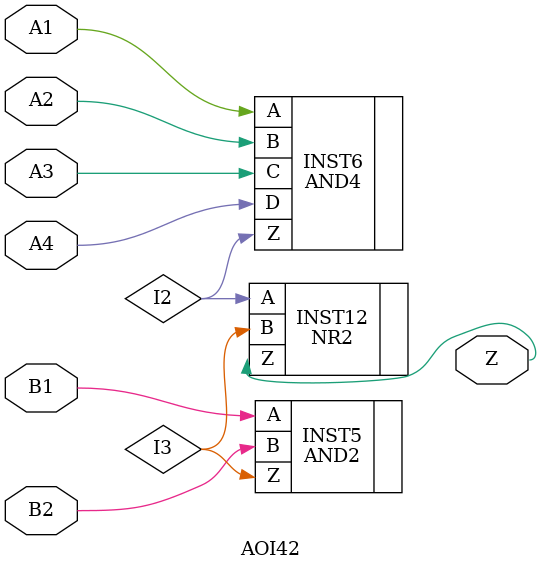
<source format=v>
`timescale 1 ns / 100 ps

/* Created by DB2VERILOG Version 1.2.0.2 on Fri Aug  5 11:14:16 1994 */
/* module compiled from "lsl2db 4.0.3" run */

module AOI42 (A1, A2, A3, A4, B1, B2, Z);
input  A1, A2, A3, A4, B1, B2;
output Z;
NR2 INST12 (.A(I2), .B(I3), .Z(Z));
AND2 INST5 (.A(B1), .B(B2), .Z(I3));
AND4 INST6 (.A(A1), .B(A2), .C(A3), .D(A4), .Z(I2));

endmodule


</source>
